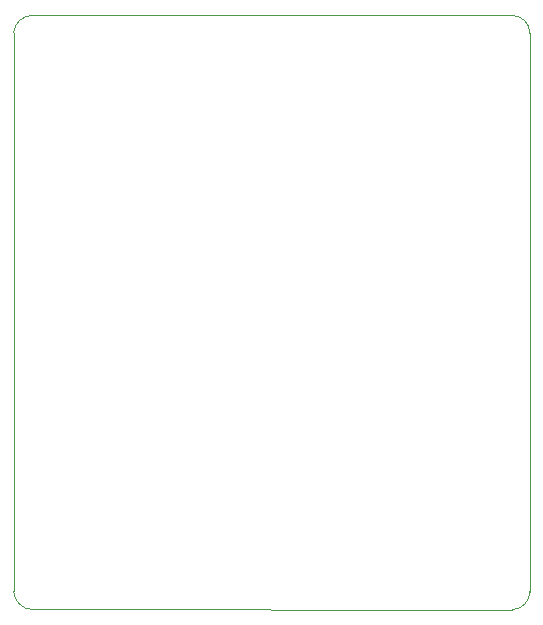
<source format=gm1>
%TF.GenerationSoftware,KiCad,Pcbnew,(6.0.6)*%
%TF.CreationDate,2022-07-19T19:23:43+08:00*%
%TF.ProjectId,Egret,45677265-742e-46b6-9963-61645f706362,rev?*%
%TF.SameCoordinates,Original*%
%TF.FileFunction,Profile,NP*%
%FSLAX46Y46*%
G04 Gerber Fmt 4.6, Leading zero omitted, Abs format (unit mm)*
G04 Created by KiCad (PCBNEW (6.0.6)) date 2022-07-19 19:23:43*
%MOMM*%
%LPD*%
G01*
G04 APERTURE LIST*
%TA.AperFunction,Profile*%
%ADD10C,0.100000*%
%TD*%
G04 APERTURE END LIST*
D10*
X104265034Y-129469999D02*
G75*
G03*
X105870000Y-131020000I1609466J60599D01*
G01*
X147990000Y-82260000D02*
X147980000Y-129520000D01*
X146510001Y-131030026D02*
G75*
G03*
X147980000Y-129520000I-37901J1507426D01*
G01*
X105890099Y-80719015D02*
X146450000Y-80720000D01*
X105890099Y-80719087D02*
G75*
G03*
X104275000Y-82190000I-7699J-1613713D01*
G01*
X147990000Y-82260000D02*
G75*
G03*
X146450000Y-80720000I-1528700J11300D01*
G01*
X104265000Y-129470000D02*
X104275000Y-82190000D01*
X105870000Y-131020000D02*
X146510000Y-131030000D01*
M02*

</source>
